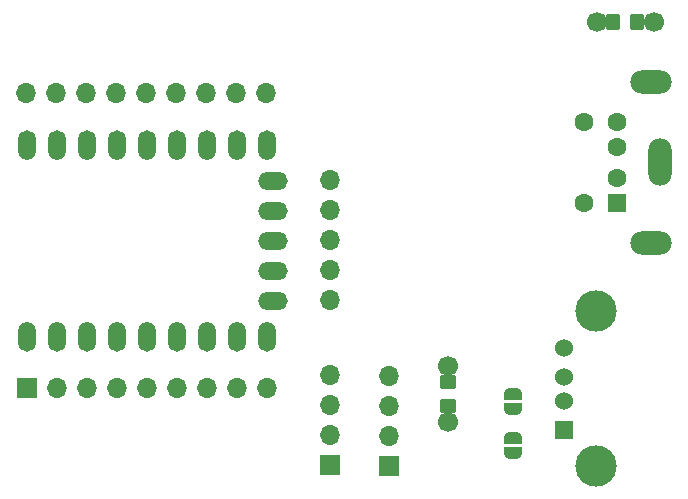
<source format=gbr>
%TF.GenerationSoftware,KiCad,Pcbnew,8.0.4*%
%TF.CreationDate,2024-08-06T16:01:06+03:00*%
%TF.ProjectId,ps2usb,70733275-7362-42e6-9b69-6361645f7063,rev?*%
%TF.SameCoordinates,Original*%
%TF.FileFunction,Soldermask,Top*%
%TF.FilePolarity,Negative*%
%FSLAX46Y46*%
G04 Gerber Fmt 4.6, Leading zero omitted, Abs format (unit mm)*
G04 Created by KiCad (PCBNEW 8.0.4) date 2024-08-06 16:01:06*
%MOMM*%
%LPD*%
G01*
G04 APERTURE LIST*
G04 Aperture macros list*
%AMRoundRect*
0 Rectangle with rounded corners*
0 $1 Rounding radius*
0 $2 $3 $4 $5 $6 $7 $8 $9 X,Y pos of 4 corners*
0 Add a 4 corners polygon primitive as box body*
4,1,4,$2,$3,$4,$5,$6,$7,$8,$9,$2,$3,0*
0 Add four circle primitives for the rounded corners*
1,1,$1+$1,$2,$3*
1,1,$1+$1,$4,$5*
1,1,$1+$1,$6,$7*
1,1,$1+$1,$8,$9*
0 Add four rect primitives between the rounded corners*
20,1,$1+$1,$2,$3,$4,$5,0*
20,1,$1+$1,$4,$5,$6,$7,0*
20,1,$1+$1,$6,$7,$8,$9,0*
20,1,$1+$1,$8,$9,$2,$3,0*%
%AMFreePoly0*
4,1,19,0.500000,-0.750000,0.000000,-0.750000,0.000000,-0.744911,-0.071157,-0.744911,-0.207708,-0.704816,-0.327430,-0.627875,-0.420627,-0.520320,-0.479746,-0.390866,-0.500000,-0.250000,-0.500000,0.250000,-0.479746,0.390866,-0.420627,0.520320,-0.327430,0.627875,-0.207708,0.704816,-0.071157,0.744911,0.000000,0.744911,0.000000,0.750000,0.500000,0.750000,0.500000,-0.750000,0.500000,-0.750000,
$1*%
%AMFreePoly1*
4,1,19,0.000000,0.744911,0.071157,0.744911,0.207708,0.704816,0.327430,0.627875,0.420627,0.520320,0.479746,0.390866,0.500000,0.250000,0.500000,-0.250000,0.479746,-0.390866,0.420627,-0.520320,0.327430,-0.627875,0.207708,-0.704816,0.071157,-0.744911,0.000000,-0.744911,0.000000,-0.750000,-0.500000,-0.750000,-0.500000,0.750000,0.000000,0.750000,0.000000,0.744911,0.000000,0.744911,
$1*%
G04 Aperture macros list end*
%ADD10C,1.700000*%
%ADD11RoundRect,0.250000X0.350000X0.450000X-0.350000X0.450000X-0.350000X-0.450000X0.350000X-0.450000X0*%
%ADD12RoundRect,0.250000X0.450000X-0.350000X0.450000X0.350000X-0.450000X0.350000X-0.450000X-0.350000X0*%
%ADD13O,1.500000X1.500000*%
%ADD14O,1.500000X2.500000*%
%ADD15O,2.500000X1.500000*%
%ADD16R,1.700000X1.700000*%
%ADD17O,1.700000X1.700000*%
%ADD18C,1.600000*%
%ADD19O,3.500000X2.000000*%
%ADD20O,2.000000X4.000000*%
%ADD21R,1.600000X1.600000*%
%ADD22FreePoly0,90.000000*%
%ADD23FreePoly1,90.000000*%
%ADD24R,1.524000X1.524000*%
%ADD25C,1.524000*%
%ADD26C,3.500000*%
G04 APERTURE END LIST*
D10*
%TO.C,LED1*%
X171700000Y-78600000D03*
D11*
X170300000Y-78600000D03*
X168300000Y-78600000D03*
D10*
X166900000Y-78600000D03*
%TD*%
%TO.C,R1*%
X154300000Y-112500000D03*
D12*
X154300000Y-111100000D03*
X154300000Y-109100000D03*
D10*
X154300000Y-107700000D03*
%TD*%
D13*
%TO.C,RZ1*%
X118680000Y-89500000D03*
D14*
X118680000Y-89000000D03*
D13*
X121220000Y-89500000D03*
D14*
X121220000Y-89000000D03*
D13*
X123760000Y-89500000D03*
D14*
X123760000Y-89000000D03*
D13*
X126300000Y-89500000D03*
D14*
X126300000Y-89000000D03*
D13*
X128840000Y-89500000D03*
D14*
X128840000Y-89000000D03*
D13*
X131380000Y-89500000D03*
D14*
X131380000Y-89000000D03*
D13*
X133920000Y-89500000D03*
D14*
X133920000Y-89000000D03*
D13*
X136460000Y-89500000D03*
D14*
X136460000Y-89000000D03*
D13*
X139000000Y-89500000D03*
D14*
X139000000Y-89000000D03*
D13*
X139000000Y-92040000D03*
D15*
X139500000Y-92040000D03*
D13*
X139000000Y-94580000D03*
D15*
X139500000Y-94580000D03*
D13*
X139000000Y-97120000D03*
D15*
X139500000Y-97120000D03*
D13*
X139000000Y-99660000D03*
D15*
X139500000Y-99660000D03*
D13*
X139000000Y-102200000D03*
D15*
X139500000Y-102200000D03*
D14*
X139000000Y-105240000D03*
D13*
X139000000Y-104740000D03*
D14*
X136460000Y-105240000D03*
D13*
X136460000Y-104740000D03*
D14*
X133920000Y-105240000D03*
D13*
X133920000Y-104740000D03*
D14*
X131380000Y-105240000D03*
D13*
X131380000Y-104740000D03*
D14*
X128840000Y-105240000D03*
D13*
X128840000Y-104740000D03*
D14*
X126300000Y-105240000D03*
D13*
X126300000Y-104740000D03*
D14*
X123760000Y-105240000D03*
D13*
X123760000Y-104740000D03*
D14*
X118680000Y-105240000D03*
D13*
X118680000Y-104740000D03*
D14*
X121220000Y-105240000D03*
D13*
X121220000Y-104740000D03*
%TD*%
D16*
%TO.C,RPZC1*%
X118640000Y-109600000D03*
D17*
X121180000Y-109600000D03*
X123720000Y-109600000D03*
X126260000Y-109600000D03*
X128800000Y-109600000D03*
X131340000Y-109600000D03*
X133880000Y-109600000D03*
X136420000Y-109600000D03*
X138960000Y-109600000D03*
%TD*%
D16*
%TO.C,KEYBOARD1*%
X144300000Y-116140000D03*
D17*
X144300000Y-113600000D03*
X144300000Y-111060000D03*
X144300000Y-108520000D03*
%TD*%
D18*
%TO.C,PS/2*%
X168600000Y-89200000D03*
X168600000Y-91800000D03*
D19*
X171450000Y-97350000D03*
D20*
X172250000Y-90500000D03*
D18*
X168600000Y-87100000D03*
D19*
X171450000Y-83650000D03*
D21*
X168600000Y-93900000D03*
D18*
X165800000Y-87100000D03*
X165800000Y-93900000D03*
%TD*%
D22*
%TO.C,JP2*%
X159800000Y-115100000D03*
D23*
X159800000Y-113800000D03*
%TD*%
D24*
%TO.C,USB1*%
X164090000Y-113170000D03*
D25*
X164090000Y-110670000D03*
X164090000Y-108670000D03*
X164090000Y-106170000D03*
D26*
X166800000Y-116240000D03*
X166800000Y-103100000D03*
%TD*%
D17*
%TO.C,RPZC3*%
X118600000Y-84600000D03*
X121140000Y-84600000D03*
X123680000Y-84600000D03*
X126220000Y-84600000D03*
X128760000Y-84600000D03*
X131300000Y-84600000D03*
X133840000Y-84600000D03*
X136380000Y-84600000D03*
X138920000Y-84600000D03*
%TD*%
D16*
%TO.C,MOUSE1*%
X149300000Y-116180000D03*
D17*
X149300000Y-113640000D03*
X149300000Y-111100000D03*
X149300000Y-108560000D03*
%TD*%
%TO.C,RPZC2*%
X144300000Y-91980000D03*
X144300000Y-94520000D03*
X144300000Y-97060000D03*
X144300000Y-99600000D03*
X144300000Y-102140000D03*
%TD*%
D22*
%TO.C,JP1*%
X159800000Y-111400000D03*
D23*
X159800000Y-110100000D03*
%TD*%
M02*

</source>
